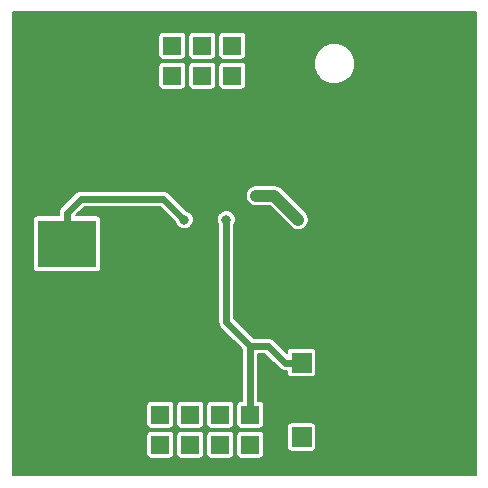
<source format=gbr>
G04 #@! TF.FileFunction,Copper,L1,Top,Signal*
%FSLAX46Y46*%
G04 Gerber Fmt 4.6, Leading zero omitted, Abs format (unit mm)*
G04 Created by KiCad (PCBNEW (2016-09-17 revision 679eef1)-makepkg) date 09/22/16 14:05:48*
%MOMM*%
%LPD*%
G01*
G04 APERTURE LIST*
%ADD10C,0.500000*%
%ADD11R,5.000000X4.000000*%
%ADD12R,1.524000X1.524000*%
%ADD13C,6.000000*%
%ADD14R,1.676400X1.676400*%
%ADD15C,0.800000*%
%ADD16C,0.600000*%
%ADD17C,0.250000*%
%ADD18C,1.000000*%
%ADD19C,0.200000*%
G04 APERTURE END LIST*
D10*
D11*
X35320000Y20320000D03*
X5320000Y20320000D03*
D12*
X11684000Y34544000D03*
X11684000Y37084000D03*
X14224000Y34544000D03*
X14224000Y37084000D03*
X16764000Y34544000D03*
X16764000Y37084000D03*
X19304000Y34544000D03*
X19304000Y37084000D03*
X21844000Y34544000D03*
X21844000Y37084000D03*
X18288000Y5842000D03*
X18288000Y3302000D03*
X15748000Y5842000D03*
X15748000Y3302000D03*
X13208000Y5842000D03*
X13208000Y3302000D03*
X20828000Y5842000D03*
X20828000Y3302000D03*
D13*
X5080000Y5080000D03*
X5080000Y35560000D03*
X35560000Y35560000D03*
X35560000Y5080000D03*
D14*
X29682000Y3962000D03*
X25182000Y3962000D03*
X29682000Y10262000D03*
X25182000Y10262000D03*
D12*
X10668000Y5842000D03*
X10668000Y3302000D03*
D15*
X15240000Y22352000D03*
X9144000Y3048000D03*
X9144000Y4572000D03*
X9144000Y5588000D03*
X9144000Y34036000D03*
X9144000Y35560000D03*
X9144000Y37084000D03*
X11938000Y20320000D03*
X14224000Y16510000D03*
X12700000Y16510000D03*
X12192000Y17526000D03*
X12192000Y19050000D03*
X11938000Y21590000D03*
X12954000Y22352000D03*
X39116000Y22098000D03*
X39116000Y20828000D03*
X39116000Y19558000D03*
X39116000Y18288000D03*
X38100000Y17272000D03*
X36830000Y17272000D03*
X35560000Y17272000D03*
X34290000Y17272000D03*
X33020000Y17272000D03*
X17272000Y13970000D03*
X17272000Y12192000D03*
X16764000Y24892000D03*
X15240000Y24892000D03*
X15240000Y23876000D03*
X16764000Y23876000D03*
X17780000Y23876000D03*
X23876000Y37592000D03*
X23876000Y36068000D03*
X23876000Y34544000D03*
X24892000Y25908000D03*
X24892000Y24384000D03*
X27940000Y18796000D03*
X27940000Y19812000D03*
X27940000Y20828000D03*
X27940000Y22352000D03*
X25908000Y23368000D03*
X26416000Y22352000D03*
X24892000Y22352000D03*
X21336000Y24384000D03*
X18796000Y22352000D03*
D16*
X5320000Y20320000D02*
X5320000Y22920000D01*
X5320000Y22920000D02*
X6530000Y24130000D01*
X6530000Y24130000D02*
X13462000Y24130000D01*
X13462000Y24130000D02*
X15240000Y22352000D01*
X9144000Y5588000D02*
X9144000Y4572000D01*
X9144000Y35560000D02*
X9144000Y34036000D01*
X11684000Y37084000D02*
X9144000Y37084000D01*
X11938000Y21590000D02*
X11938000Y20320000D01*
D17*
X12700000Y16510000D02*
X14224000Y16510000D01*
X12192000Y19050000D02*
X12192000Y17526000D01*
X12954000Y22352000D02*
X12700000Y22352000D01*
X12700000Y22352000D02*
X11938000Y21590000D01*
X39116000Y20828000D02*
X39116000Y22098000D01*
X39116000Y18288000D02*
X39116000Y19558000D01*
X36830000Y17272000D02*
X38100000Y17272000D01*
X34290000Y17272000D02*
X35560000Y17272000D01*
X34522000Y17272000D02*
X34290000Y17272000D01*
X34290000Y17272000D02*
X33020000Y17272000D01*
X35320000Y20320000D02*
X35320000Y18070000D01*
X35320000Y18070000D02*
X34522000Y17272000D01*
X17018000Y4572000D02*
X17272000Y4572000D01*
X17018000Y11938000D02*
X17272000Y12192000D01*
X10926000Y4572000D02*
X17018000Y4572000D01*
X17018000Y4572000D02*
X17018000Y11938000D01*
X10668000Y5842000D02*
X10668000Y4830000D01*
X10668000Y4830000D02*
X10926000Y4572000D01*
X15240000Y23876000D02*
X15240000Y24892000D01*
X17780000Y23876000D02*
X16764000Y23876000D01*
X23876000Y34544000D02*
X23876000Y36068000D01*
X24892000Y24384000D02*
X24892000Y25908000D01*
X27940000Y19812000D02*
X27940000Y18796000D01*
X27940000Y22352000D02*
X27940000Y20828000D01*
X25400000Y23876000D02*
X24892000Y24384000D01*
X26416000Y22352000D02*
X26416000Y22860000D01*
X26416000Y22860000D02*
X25908000Y23368000D01*
D18*
X21336000Y24384000D02*
X22860000Y24384000D01*
X22860000Y24384000D02*
X24892000Y22352000D01*
D16*
X25182000Y10262000D02*
X23743800Y10262000D01*
X23743800Y10262000D02*
X22321800Y11684000D01*
X22321800Y11684000D02*
X20828000Y11684000D01*
X18796000Y13716000D02*
X20828000Y11684000D01*
X20828000Y11684000D02*
X20828000Y5842000D01*
X18796000Y22352000D02*
X18796000Y13716000D01*
D19*
G36*
X39911000Y729000D02*
X729000Y729000D01*
X729000Y4064000D01*
X12038164Y4064000D01*
X12038164Y2540000D01*
X12066056Y2391769D01*
X12153660Y2255628D01*
X12287329Y2164296D01*
X12446000Y2132164D01*
X13970000Y2132164D01*
X14118231Y2160056D01*
X14254372Y2247660D01*
X14345704Y2381329D01*
X14377836Y2540000D01*
X14377836Y4064000D01*
X14578164Y4064000D01*
X14578164Y2540000D01*
X14606056Y2391769D01*
X14693660Y2255628D01*
X14827329Y2164296D01*
X14986000Y2132164D01*
X16510000Y2132164D01*
X16658231Y2160056D01*
X16794372Y2247660D01*
X16885704Y2381329D01*
X16917836Y2540000D01*
X16917836Y4064000D01*
X17118164Y4064000D01*
X17118164Y2540000D01*
X17146056Y2391769D01*
X17233660Y2255628D01*
X17367329Y2164296D01*
X17526000Y2132164D01*
X19050000Y2132164D01*
X19198231Y2160056D01*
X19334372Y2247660D01*
X19425704Y2381329D01*
X19457836Y2540000D01*
X19457836Y4064000D01*
X19658164Y4064000D01*
X19658164Y2540000D01*
X19686056Y2391769D01*
X19773660Y2255628D01*
X19907329Y2164296D01*
X20066000Y2132164D01*
X21590000Y2132164D01*
X21738231Y2160056D01*
X21874372Y2247660D01*
X21965704Y2381329D01*
X21997836Y2540000D01*
X21997836Y4064000D01*
X21969944Y4212231D01*
X21882340Y4348372D01*
X21748671Y4439704D01*
X21590000Y4471836D01*
X20066000Y4471836D01*
X19917769Y4443944D01*
X19781628Y4356340D01*
X19690296Y4222671D01*
X19658164Y4064000D01*
X19457836Y4064000D01*
X19429944Y4212231D01*
X19342340Y4348372D01*
X19208671Y4439704D01*
X19050000Y4471836D01*
X17526000Y4471836D01*
X17377769Y4443944D01*
X17241628Y4356340D01*
X17150296Y4222671D01*
X17118164Y4064000D01*
X16917836Y4064000D01*
X16889944Y4212231D01*
X16802340Y4348372D01*
X16668671Y4439704D01*
X16510000Y4471836D01*
X14986000Y4471836D01*
X14837769Y4443944D01*
X14701628Y4356340D01*
X14610296Y4222671D01*
X14578164Y4064000D01*
X14377836Y4064000D01*
X14349944Y4212231D01*
X14262340Y4348372D01*
X14128671Y4439704D01*
X13970000Y4471836D01*
X12446000Y4471836D01*
X12297769Y4443944D01*
X12161628Y4356340D01*
X12070296Y4222671D01*
X12038164Y4064000D01*
X729000Y4064000D01*
X729000Y6604000D01*
X12038164Y6604000D01*
X12038164Y5080000D01*
X12066056Y4931769D01*
X12153660Y4795628D01*
X12287329Y4704296D01*
X12446000Y4672164D01*
X13970000Y4672164D01*
X14118231Y4700056D01*
X14254372Y4787660D01*
X14345704Y4921329D01*
X14377836Y5080000D01*
X14377836Y6604000D01*
X14578164Y6604000D01*
X14578164Y5080000D01*
X14606056Y4931769D01*
X14693660Y4795628D01*
X14827329Y4704296D01*
X14986000Y4672164D01*
X16510000Y4672164D01*
X16658231Y4700056D01*
X16794372Y4787660D01*
X16885704Y4921329D01*
X16917836Y5080000D01*
X16917836Y6604000D01*
X17118164Y6604000D01*
X17118164Y5080000D01*
X17146056Y4931769D01*
X17233660Y4795628D01*
X17367329Y4704296D01*
X17526000Y4672164D01*
X19050000Y4672164D01*
X19198231Y4700056D01*
X19334372Y4787660D01*
X19425704Y4921329D01*
X19457836Y5080000D01*
X19457836Y6604000D01*
X19429944Y6752231D01*
X19342340Y6888372D01*
X19208671Y6979704D01*
X19050000Y7011836D01*
X17526000Y7011836D01*
X17377769Y6983944D01*
X17241628Y6896340D01*
X17150296Y6762671D01*
X17118164Y6604000D01*
X16917836Y6604000D01*
X16889944Y6752231D01*
X16802340Y6888372D01*
X16668671Y6979704D01*
X16510000Y7011836D01*
X14986000Y7011836D01*
X14837769Y6983944D01*
X14701628Y6896340D01*
X14610296Y6762671D01*
X14578164Y6604000D01*
X14377836Y6604000D01*
X14349944Y6752231D01*
X14262340Y6888372D01*
X14128671Y6979704D01*
X13970000Y7011836D01*
X12446000Y7011836D01*
X12297769Y6983944D01*
X12161628Y6896340D01*
X12070296Y6762671D01*
X12038164Y6604000D01*
X729000Y6604000D01*
X729000Y22320000D01*
X2412164Y22320000D01*
X2412164Y18320000D01*
X2440056Y18171769D01*
X2527660Y18035628D01*
X2661329Y17944296D01*
X2820000Y17912164D01*
X7820000Y17912164D01*
X7968231Y17940056D01*
X8104372Y18027660D01*
X8195704Y18161329D01*
X8227836Y18320000D01*
X8227836Y22320000D01*
X8199944Y22468231D01*
X8112340Y22604372D01*
X7978671Y22695704D01*
X7820000Y22727836D01*
X6117786Y22727836D01*
X6819949Y23430000D01*
X13172050Y23430000D01*
X14461956Y22140094D01*
X14561397Y21899428D01*
X14786245Y21674188D01*
X15080172Y21552139D01*
X15398432Y21551861D01*
X15692572Y21673397D01*
X15917812Y21898245D01*
X16039861Y22192172D01*
X16039862Y22193568D01*
X17995861Y22193568D01*
X18096000Y21951213D01*
X18096000Y13716000D01*
X18149284Y13448121D01*
X18301025Y13221025D01*
X20128000Y11394050D01*
X20128000Y7011836D01*
X20066000Y7011836D01*
X19917769Y6983944D01*
X19781628Y6896340D01*
X19690296Y6762671D01*
X19658164Y6604000D01*
X19658164Y5080000D01*
X19686056Y4931769D01*
X19773660Y4795628D01*
X19907329Y4704296D01*
X20066000Y4672164D01*
X21590000Y4672164D01*
X21738231Y4700056D01*
X21874372Y4787660D01*
X21882940Y4800200D01*
X23935964Y4800200D01*
X23935964Y3123800D01*
X23963856Y2975569D01*
X24051460Y2839428D01*
X24185129Y2748096D01*
X24343800Y2715964D01*
X26020200Y2715964D01*
X26168431Y2743856D01*
X26304572Y2831460D01*
X26395904Y2965129D01*
X26428036Y3123800D01*
X26428036Y4800200D01*
X26400144Y4948431D01*
X26312540Y5084572D01*
X26178871Y5175904D01*
X26020200Y5208036D01*
X24343800Y5208036D01*
X24195569Y5180144D01*
X24059428Y5092540D01*
X23968096Y4958871D01*
X23935964Y4800200D01*
X21882940Y4800200D01*
X21965704Y4921329D01*
X21997836Y5080000D01*
X21997836Y6604000D01*
X21969944Y6752231D01*
X21882340Y6888372D01*
X21748671Y6979704D01*
X21590000Y7011836D01*
X21528000Y7011836D01*
X21528000Y10984000D01*
X22031850Y10984000D01*
X23248825Y9767025D01*
X23475921Y9615284D01*
X23743800Y9561999D01*
X23743805Y9562000D01*
X23935964Y9562000D01*
X23935964Y9423800D01*
X23963856Y9275569D01*
X24051460Y9139428D01*
X24185129Y9048096D01*
X24343800Y9015964D01*
X26020200Y9015964D01*
X26168431Y9043856D01*
X26304572Y9131460D01*
X26395904Y9265129D01*
X26428036Y9423800D01*
X26428036Y11100200D01*
X26400144Y11248431D01*
X26312540Y11384572D01*
X26178871Y11475904D01*
X26020200Y11508036D01*
X24343800Y11508036D01*
X24195569Y11480144D01*
X24059428Y11392540D01*
X23968096Y11258871D01*
X23935964Y11100200D01*
X23935964Y11059786D01*
X22816775Y12178975D01*
X22589679Y12330716D01*
X22321800Y12384000D01*
X21117950Y12384000D01*
X19496000Y14005950D01*
X19496000Y21951680D01*
X19595861Y22192172D01*
X19596139Y22510432D01*
X19474603Y22804572D01*
X19249755Y23029812D01*
X18955828Y23151861D01*
X18637568Y23152139D01*
X18343428Y23030603D01*
X18118188Y22805755D01*
X17996139Y22511828D01*
X17995861Y22193568D01*
X16039862Y22193568D01*
X16040139Y22510432D01*
X15918603Y22804572D01*
X15693755Y23029812D01*
X15451577Y23130373D01*
X14197950Y24384000D01*
X20436000Y24384000D01*
X20504508Y24039585D01*
X20699604Y23747604D01*
X20991585Y23552508D01*
X21336000Y23484000D01*
X22487208Y23484000D01*
X24255604Y21715604D01*
X24547585Y21520508D01*
X24892000Y21452000D01*
X25236415Y21520508D01*
X25528396Y21715604D01*
X25723492Y22007585D01*
X25792000Y22352000D01*
X25723492Y22696415D01*
X25528396Y22988396D01*
X23496396Y25020396D01*
X23204415Y25215492D01*
X22860000Y25284000D01*
X21336000Y25284000D01*
X20991585Y25215492D01*
X20699604Y25020396D01*
X20504508Y24728415D01*
X20436000Y24384000D01*
X14197950Y24384000D01*
X13956975Y24624975D01*
X13729879Y24776716D01*
X13462000Y24830000D01*
X6530000Y24830000D01*
X6262122Y24776716D01*
X6035025Y24624975D01*
X6035023Y24624972D01*
X4825025Y23414975D01*
X4673284Y23187879D01*
X4633605Y22988396D01*
X4620000Y22920000D01*
X4620000Y22727836D01*
X2820000Y22727836D01*
X2671769Y22699944D01*
X2535628Y22612340D01*
X2444296Y22478671D01*
X2412164Y22320000D01*
X729000Y22320000D01*
X729000Y35306000D01*
X13054164Y35306000D01*
X13054164Y33782000D01*
X13082056Y33633769D01*
X13169660Y33497628D01*
X13303329Y33406296D01*
X13462000Y33374164D01*
X14986000Y33374164D01*
X15134231Y33402056D01*
X15270372Y33489660D01*
X15361704Y33623329D01*
X15393836Y33782000D01*
X15393836Y35306000D01*
X15594164Y35306000D01*
X15594164Y33782000D01*
X15622056Y33633769D01*
X15709660Y33497628D01*
X15843329Y33406296D01*
X16002000Y33374164D01*
X17526000Y33374164D01*
X17674231Y33402056D01*
X17810372Y33489660D01*
X17901704Y33623329D01*
X17933836Y33782000D01*
X17933836Y35306000D01*
X18134164Y35306000D01*
X18134164Y33782000D01*
X18162056Y33633769D01*
X18249660Y33497628D01*
X18383329Y33406296D01*
X18542000Y33374164D01*
X20066000Y33374164D01*
X20214231Y33402056D01*
X20350372Y33489660D01*
X20441704Y33623329D01*
X20473836Y33782000D01*
X20473836Y35213431D01*
X26189696Y35213431D01*
X26455557Y34569999D01*
X26947410Y34077287D01*
X27590376Y33810304D01*
X28286569Y33809696D01*
X28930001Y34075557D01*
X29422713Y34567410D01*
X29689696Y35210376D01*
X29690304Y35906569D01*
X29424443Y36550001D01*
X28932590Y37042713D01*
X28289624Y37309696D01*
X27593431Y37310304D01*
X26949999Y37044443D01*
X26457287Y36552590D01*
X26190304Y35909624D01*
X26189696Y35213431D01*
X20473836Y35213431D01*
X20473836Y35306000D01*
X20445944Y35454231D01*
X20358340Y35590372D01*
X20224671Y35681704D01*
X20066000Y35713836D01*
X18542000Y35713836D01*
X18393769Y35685944D01*
X18257628Y35598340D01*
X18166296Y35464671D01*
X18134164Y35306000D01*
X17933836Y35306000D01*
X17905944Y35454231D01*
X17818340Y35590372D01*
X17684671Y35681704D01*
X17526000Y35713836D01*
X16002000Y35713836D01*
X15853769Y35685944D01*
X15717628Y35598340D01*
X15626296Y35464671D01*
X15594164Y35306000D01*
X15393836Y35306000D01*
X15365944Y35454231D01*
X15278340Y35590372D01*
X15144671Y35681704D01*
X14986000Y35713836D01*
X13462000Y35713836D01*
X13313769Y35685944D01*
X13177628Y35598340D01*
X13086296Y35464671D01*
X13054164Y35306000D01*
X729000Y35306000D01*
X729000Y37846000D01*
X13054164Y37846000D01*
X13054164Y36322000D01*
X13082056Y36173769D01*
X13169660Y36037628D01*
X13303329Y35946296D01*
X13462000Y35914164D01*
X14986000Y35914164D01*
X15134231Y35942056D01*
X15270372Y36029660D01*
X15361704Y36163329D01*
X15393836Y36322000D01*
X15393836Y37846000D01*
X15594164Y37846000D01*
X15594164Y36322000D01*
X15622056Y36173769D01*
X15709660Y36037628D01*
X15843329Y35946296D01*
X16002000Y35914164D01*
X17526000Y35914164D01*
X17674231Y35942056D01*
X17810372Y36029660D01*
X17901704Y36163329D01*
X17933836Y36322000D01*
X17933836Y37846000D01*
X18134164Y37846000D01*
X18134164Y36322000D01*
X18162056Y36173769D01*
X18249660Y36037628D01*
X18383329Y35946296D01*
X18542000Y35914164D01*
X20066000Y35914164D01*
X20214231Y35942056D01*
X20350372Y36029660D01*
X20441704Y36163329D01*
X20473836Y36322000D01*
X20473836Y37846000D01*
X20445944Y37994231D01*
X20358340Y38130372D01*
X20224671Y38221704D01*
X20066000Y38253836D01*
X18542000Y38253836D01*
X18393769Y38225944D01*
X18257628Y38138340D01*
X18166296Y38004671D01*
X18134164Y37846000D01*
X17933836Y37846000D01*
X17905944Y37994231D01*
X17818340Y38130372D01*
X17684671Y38221704D01*
X17526000Y38253836D01*
X16002000Y38253836D01*
X15853769Y38225944D01*
X15717628Y38138340D01*
X15626296Y38004671D01*
X15594164Y37846000D01*
X15393836Y37846000D01*
X15365944Y37994231D01*
X15278340Y38130372D01*
X15144671Y38221704D01*
X14986000Y38253836D01*
X13462000Y38253836D01*
X13313769Y38225944D01*
X13177628Y38138340D01*
X13086296Y38004671D01*
X13054164Y37846000D01*
X729000Y37846000D01*
X729000Y39911000D01*
X39911000Y39911000D01*
X39911000Y729000D01*
X39911000Y729000D01*
G37*
X39911000Y729000D02*
X729000Y729000D01*
X729000Y4064000D01*
X12038164Y4064000D01*
X12038164Y2540000D01*
X12066056Y2391769D01*
X12153660Y2255628D01*
X12287329Y2164296D01*
X12446000Y2132164D01*
X13970000Y2132164D01*
X14118231Y2160056D01*
X14254372Y2247660D01*
X14345704Y2381329D01*
X14377836Y2540000D01*
X14377836Y4064000D01*
X14578164Y4064000D01*
X14578164Y2540000D01*
X14606056Y2391769D01*
X14693660Y2255628D01*
X14827329Y2164296D01*
X14986000Y2132164D01*
X16510000Y2132164D01*
X16658231Y2160056D01*
X16794372Y2247660D01*
X16885704Y2381329D01*
X16917836Y2540000D01*
X16917836Y4064000D01*
X17118164Y4064000D01*
X17118164Y2540000D01*
X17146056Y2391769D01*
X17233660Y2255628D01*
X17367329Y2164296D01*
X17526000Y2132164D01*
X19050000Y2132164D01*
X19198231Y2160056D01*
X19334372Y2247660D01*
X19425704Y2381329D01*
X19457836Y2540000D01*
X19457836Y4064000D01*
X19658164Y4064000D01*
X19658164Y2540000D01*
X19686056Y2391769D01*
X19773660Y2255628D01*
X19907329Y2164296D01*
X20066000Y2132164D01*
X21590000Y2132164D01*
X21738231Y2160056D01*
X21874372Y2247660D01*
X21965704Y2381329D01*
X21997836Y2540000D01*
X21997836Y4064000D01*
X21969944Y4212231D01*
X21882340Y4348372D01*
X21748671Y4439704D01*
X21590000Y4471836D01*
X20066000Y4471836D01*
X19917769Y4443944D01*
X19781628Y4356340D01*
X19690296Y4222671D01*
X19658164Y4064000D01*
X19457836Y4064000D01*
X19429944Y4212231D01*
X19342340Y4348372D01*
X19208671Y4439704D01*
X19050000Y4471836D01*
X17526000Y4471836D01*
X17377769Y4443944D01*
X17241628Y4356340D01*
X17150296Y4222671D01*
X17118164Y4064000D01*
X16917836Y4064000D01*
X16889944Y4212231D01*
X16802340Y4348372D01*
X16668671Y4439704D01*
X16510000Y4471836D01*
X14986000Y4471836D01*
X14837769Y4443944D01*
X14701628Y4356340D01*
X14610296Y4222671D01*
X14578164Y4064000D01*
X14377836Y4064000D01*
X14349944Y4212231D01*
X14262340Y4348372D01*
X14128671Y4439704D01*
X13970000Y4471836D01*
X12446000Y4471836D01*
X12297769Y4443944D01*
X12161628Y4356340D01*
X12070296Y4222671D01*
X12038164Y4064000D01*
X729000Y4064000D01*
X729000Y6604000D01*
X12038164Y6604000D01*
X12038164Y5080000D01*
X12066056Y4931769D01*
X12153660Y4795628D01*
X12287329Y4704296D01*
X12446000Y4672164D01*
X13970000Y4672164D01*
X14118231Y4700056D01*
X14254372Y4787660D01*
X14345704Y4921329D01*
X14377836Y5080000D01*
X14377836Y6604000D01*
X14578164Y6604000D01*
X14578164Y5080000D01*
X14606056Y4931769D01*
X14693660Y4795628D01*
X14827329Y4704296D01*
X14986000Y4672164D01*
X16510000Y4672164D01*
X16658231Y4700056D01*
X16794372Y4787660D01*
X16885704Y4921329D01*
X16917836Y5080000D01*
X16917836Y6604000D01*
X17118164Y6604000D01*
X17118164Y5080000D01*
X17146056Y4931769D01*
X17233660Y4795628D01*
X17367329Y4704296D01*
X17526000Y4672164D01*
X19050000Y4672164D01*
X19198231Y4700056D01*
X19334372Y4787660D01*
X19425704Y4921329D01*
X19457836Y5080000D01*
X19457836Y6604000D01*
X19429944Y6752231D01*
X19342340Y6888372D01*
X19208671Y6979704D01*
X19050000Y7011836D01*
X17526000Y7011836D01*
X17377769Y6983944D01*
X17241628Y6896340D01*
X17150296Y6762671D01*
X17118164Y6604000D01*
X16917836Y6604000D01*
X16889944Y6752231D01*
X16802340Y6888372D01*
X16668671Y6979704D01*
X16510000Y7011836D01*
X14986000Y7011836D01*
X14837769Y6983944D01*
X14701628Y6896340D01*
X14610296Y6762671D01*
X14578164Y6604000D01*
X14377836Y6604000D01*
X14349944Y6752231D01*
X14262340Y6888372D01*
X14128671Y6979704D01*
X13970000Y7011836D01*
X12446000Y7011836D01*
X12297769Y6983944D01*
X12161628Y6896340D01*
X12070296Y6762671D01*
X12038164Y6604000D01*
X729000Y6604000D01*
X729000Y22320000D01*
X2412164Y22320000D01*
X2412164Y18320000D01*
X2440056Y18171769D01*
X2527660Y18035628D01*
X2661329Y17944296D01*
X2820000Y17912164D01*
X7820000Y17912164D01*
X7968231Y17940056D01*
X8104372Y18027660D01*
X8195704Y18161329D01*
X8227836Y18320000D01*
X8227836Y22320000D01*
X8199944Y22468231D01*
X8112340Y22604372D01*
X7978671Y22695704D01*
X7820000Y22727836D01*
X6117786Y22727836D01*
X6819949Y23430000D01*
X13172050Y23430000D01*
X14461956Y22140094D01*
X14561397Y21899428D01*
X14786245Y21674188D01*
X15080172Y21552139D01*
X15398432Y21551861D01*
X15692572Y21673397D01*
X15917812Y21898245D01*
X16039861Y22192172D01*
X16039862Y22193568D01*
X17995861Y22193568D01*
X18096000Y21951213D01*
X18096000Y13716000D01*
X18149284Y13448121D01*
X18301025Y13221025D01*
X20128000Y11394050D01*
X20128000Y7011836D01*
X20066000Y7011836D01*
X19917769Y6983944D01*
X19781628Y6896340D01*
X19690296Y6762671D01*
X19658164Y6604000D01*
X19658164Y5080000D01*
X19686056Y4931769D01*
X19773660Y4795628D01*
X19907329Y4704296D01*
X20066000Y4672164D01*
X21590000Y4672164D01*
X21738231Y4700056D01*
X21874372Y4787660D01*
X21882940Y4800200D01*
X23935964Y4800200D01*
X23935964Y3123800D01*
X23963856Y2975569D01*
X24051460Y2839428D01*
X24185129Y2748096D01*
X24343800Y2715964D01*
X26020200Y2715964D01*
X26168431Y2743856D01*
X26304572Y2831460D01*
X26395904Y2965129D01*
X26428036Y3123800D01*
X26428036Y4800200D01*
X26400144Y4948431D01*
X26312540Y5084572D01*
X26178871Y5175904D01*
X26020200Y5208036D01*
X24343800Y5208036D01*
X24195569Y5180144D01*
X24059428Y5092540D01*
X23968096Y4958871D01*
X23935964Y4800200D01*
X21882940Y4800200D01*
X21965704Y4921329D01*
X21997836Y5080000D01*
X21997836Y6604000D01*
X21969944Y6752231D01*
X21882340Y6888372D01*
X21748671Y6979704D01*
X21590000Y7011836D01*
X21528000Y7011836D01*
X21528000Y10984000D01*
X22031850Y10984000D01*
X23248825Y9767025D01*
X23475921Y9615284D01*
X23743800Y9561999D01*
X23743805Y9562000D01*
X23935964Y9562000D01*
X23935964Y9423800D01*
X23963856Y9275569D01*
X24051460Y9139428D01*
X24185129Y9048096D01*
X24343800Y9015964D01*
X26020200Y9015964D01*
X26168431Y9043856D01*
X26304572Y9131460D01*
X26395904Y9265129D01*
X26428036Y9423800D01*
X26428036Y11100200D01*
X26400144Y11248431D01*
X26312540Y11384572D01*
X26178871Y11475904D01*
X26020200Y11508036D01*
X24343800Y11508036D01*
X24195569Y11480144D01*
X24059428Y11392540D01*
X23968096Y11258871D01*
X23935964Y11100200D01*
X23935964Y11059786D01*
X22816775Y12178975D01*
X22589679Y12330716D01*
X22321800Y12384000D01*
X21117950Y12384000D01*
X19496000Y14005950D01*
X19496000Y21951680D01*
X19595861Y22192172D01*
X19596139Y22510432D01*
X19474603Y22804572D01*
X19249755Y23029812D01*
X18955828Y23151861D01*
X18637568Y23152139D01*
X18343428Y23030603D01*
X18118188Y22805755D01*
X17996139Y22511828D01*
X17995861Y22193568D01*
X16039862Y22193568D01*
X16040139Y22510432D01*
X15918603Y22804572D01*
X15693755Y23029812D01*
X15451577Y23130373D01*
X14197950Y24384000D01*
X20436000Y24384000D01*
X20504508Y24039585D01*
X20699604Y23747604D01*
X20991585Y23552508D01*
X21336000Y23484000D01*
X22487208Y23484000D01*
X24255604Y21715604D01*
X24547585Y21520508D01*
X24892000Y21452000D01*
X25236415Y21520508D01*
X25528396Y21715604D01*
X25723492Y22007585D01*
X25792000Y22352000D01*
X25723492Y22696415D01*
X25528396Y22988396D01*
X23496396Y25020396D01*
X23204415Y25215492D01*
X22860000Y25284000D01*
X21336000Y25284000D01*
X20991585Y25215492D01*
X20699604Y25020396D01*
X20504508Y24728415D01*
X20436000Y24384000D01*
X14197950Y24384000D01*
X13956975Y24624975D01*
X13729879Y24776716D01*
X13462000Y24830000D01*
X6530000Y24830000D01*
X6262122Y24776716D01*
X6035025Y24624975D01*
X6035023Y24624972D01*
X4825025Y23414975D01*
X4673284Y23187879D01*
X4633605Y22988396D01*
X4620000Y22920000D01*
X4620000Y22727836D01*
X2820000Y22727836D01*
X2671769Y22699944D01*
X2535628Y22612340D01*
X2444296Y22478671D01*
X2412164Y22320000D01*
X729000Y22320000D01*
X729000Y35306000D01*
X13054164Y35306000D01*
X13054164Y33782000D01*
X13082056Y33633769D01*
X13169660Y33497628D01*
X13303329Y33406296D01*
X13462000Y33374164D01*
X14986000Y33374164D01*
X15134231Y33402056D01*
X15270372Y33489660D01*
X15361704Y33623329D01*
X15393836Y33782000D01*
X15393836Y35306000D01*
X15594164Y35306000D01*
X15594164Y33782000D01*
X15622056Y33633769D01*
X15709660Y33497628D01*
X15843329Y33406296D01*
X16002000Y33374164D01*
X17526000Y33374164D01*
X17674231Y33402056D01*
X17810372Y33489660D01*
X17901704Y33623329D01*
X17933836Y33782000D01*
X17933836Y35306000D01*
X18134164Y35306000D01*
X18134164Y33782000D01*
X18162056Y33633769D01*
X18249660Y33497628D01*
X18383329Y33406296D01*
X18542000Y33374164D01*
X20066000Y33374164D01*
X20214231Y33402056D01*
X20350372Y33489660D01*
X20441704Y33623329D01*
X20473836Y33782000D01*
X20473836Y35213431D01*
X26189696Y35213431D01*
X26455557Y34569999D01*
X26947410Y34077287D01*
X27590376Y33810304D01*
X28286569Y33809696D01*
X28930001Y34075557D01*
X29422713Y34567410D01*
X29689696Y35210376D01*
X29690304Y35906569D01*
X29424443Y36550001D01*
X28932590Y37042713D01*
X28289624Y37309696D01*
X27593431Y37310304D01*
X26949999Y37044443D01*
X26457287Y36552590D01*
X26190304Y35909624D01*
X26189696Y35213431D01*
X20473836Y35213431D01*
X20473836Y35306000D01*
X20445944Y35454231D01*
X20358340Y35590372D01*
X20224671Y35681704D01*
X20066000Y35713836D01*
X18542000Y35713836D01*
X18393769Y35685944D01*
X18257628Y35598340D01*
X18166296Y35464671D01*
X18134164Y35306000D01*
X17933836Y35306000D01*
X17905944Y35454231D01*
X17818340Y35590372D01*
X17684671Y35681704D01*
X17526000Y35713836D01*
X16002000Y35713836D01*
X15853769Y35685944D01*
X15717628Y35598340D01*
X15626296Y35464671D01*
X15594164Y35306000D01*
X15393836Y35306000D01*
X15365944Y35454231D01*
X15278340Y35590372D01*
X15144671Y35681704D01*
X14986000Y35713836D01*
X13462000Y35713836D01*
X13313769Y35685944D01*
X13177628Y35598340D01*
X13086296Y35464671D01*
X13054164Y35306000D01*
X729000Y35306000D01*
X729000Y37846000D01*
X13054164Y37846000D01*
X13054164Y36322000D01*
X13082056Y36173769D01*
X13169660Y36037628D01*
X13303329Y35946296D01*
X13462000Y35914164D01*
X14986000Y35914164D01*
X15134231Y35942056D01*
X15270372Y36029660D01*
X15361704Y36163329D01*
X15393836Y36322000D01*
X15393836Y37846000D01*
X15594164Y37846000D01*
X15594164Y36322000D01*
X15622056Y36173769D01*
X15709660Y36037628D01*
X15843329Y35946296D01*
X16002000Y35914164D01*
X17526000Y35914164D01*
X17674231Y35942056D01*
X17810372Y36029660D01*
X17901704Y36163329D01*
X17933836Y36322000D01*
X17933836Y37846000D01*
X18134164Y37846000D01*
X18134164Y36322000D01*
X18162056Y36173769D01*
X18249660Y36037628D01*
X18383329Y35946296D01*
X18542000Y35914164D01*
X20066000Y35914164D01*
X20214231Y35942056D01*
X20350372Y36029660D01*
X20441704Y36163329D01*
X20473836Y36322000D01*
X20473836Y37846000D01*
X20445944Y37994231D01*
X20358340Y38130372D01*
X20224671Y38221704D01*
X20066000Y38253836D01*
X18542000Y38253836D01*
X18393769Y38225944D01*
X18257628Y38138340D01*
X18166296Y38004671D01*
X18134164Y37846000D01*
X17933836Y37846000D01*
X17905944Y37994231D01*
X17818340Y38130372D01*
X17684671Y38221704D01*
X17526000Y38253836D01*
X16002000Y38253836D01*
X15853769Y38225944D01*
X15717628Y38138340D01*
X15626296Y38004671D01*
X15594164Y37846000D01*
X15393836Y37846000D01*
X15365944Y37994231D01*
X15278340Y38130372D01*
X15144671Y38221704D01*
X14986000Y38253836D01*
X13462000Y38253836D01*
X13313769Y38225944D01*
X13177628Y38138340D01*
X13086296Y38004671D01*
X13054164Y37846000D01*
X729000Y37846000D01*
X729000Y39911000D01*
X39911000Y39911000D01*
X39911000Y729000D01*
M02*

</source>
